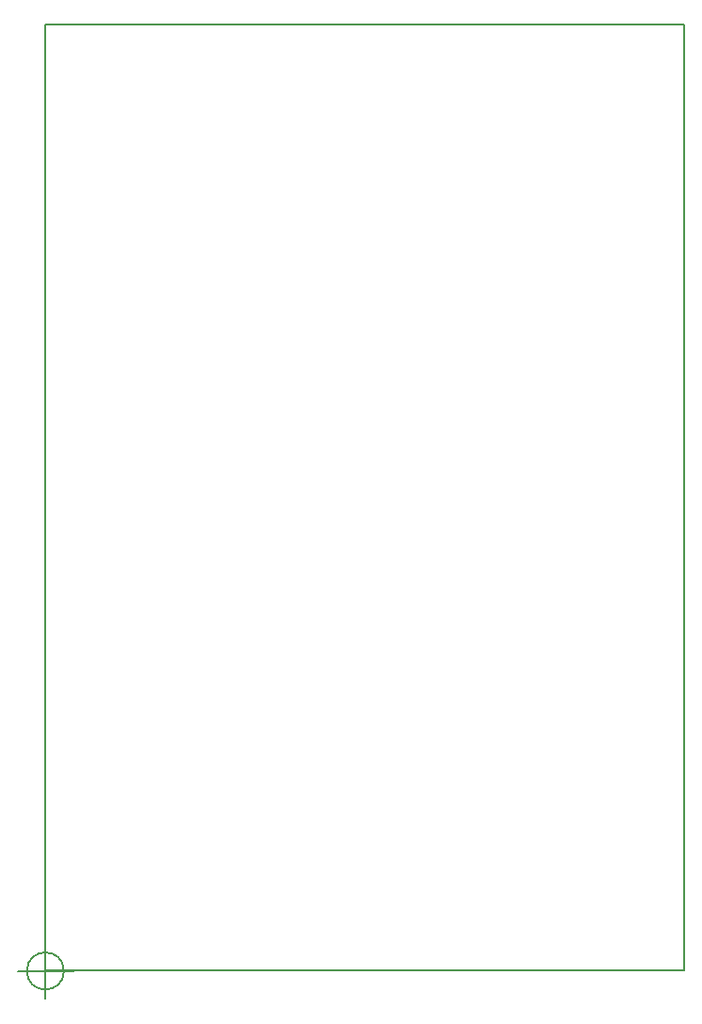
<source format=gbr>
G04 #@! TF.GenerationSoftware,KiCad,Pcbnew,(5.0.0)*
G04 #@! TF.CreationDate,2018-12-05T18:09:54+00:00*
G04 #@! TF.ProjectId,OpenSpritzer_1.3,4F70656E53707269747A65725F312E33,rev?*
G04 #@! TF.SameCoordinates,Original*
G04 #@! TF.FileFunction,Profile,NP*
%FSLAX46Y46*%
G04 Gerber Fmt 4.6, Leading zero omitted, Abs format (unit mm)*
G04 Created by KiCad (PCBNEW (5.0.0)) date 12/05/18 18:09:54*
%MOMM*%
%LPD*%
G01*
G04 APERTURE LIST*
%ADD10C,0.200000*%
%ADD11C,0.150000*%
G04 APERTURE END LIST*
D10*
X100000000Y-65000000D02*
X100000000Y-150000000D01*
X100000000Y-65000000D02*
X157500000Y-65000000D01*
X157500000Y-65000000D02*
X157500000Y-150000000D01*
X100000000Y-150000000D02*
X157500000Y-150000000D01*
D11*
X101679671Y-150025366D02*
G75*
G03X101679671Y-150025366I-1666666J0D01*
G01*
X97513005Y-150025366D02*
X102513005Y-150025366D01*
X100013005Y-147525366D02*
X100013005Y-152525366D01*
M02*

</source>
